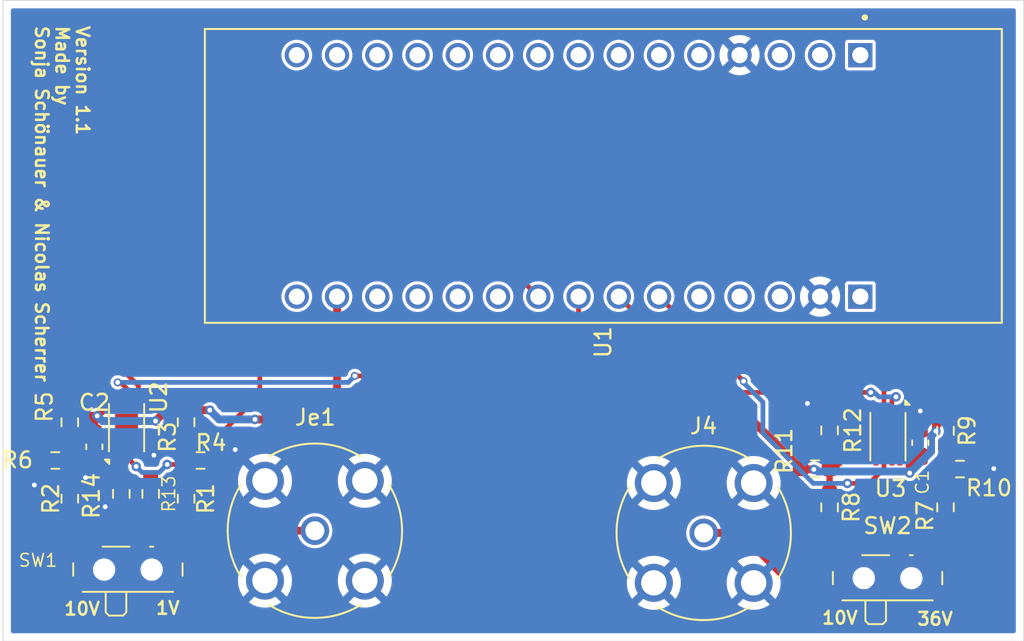
<source format=kicad_pcb>
(kicad_pcb (version 20241229) (generator "pcbnew") (generator_version "9.0")
  (layers (0 "F.Cu" signal) (2 "B.Cu" signal) (13 "F.Paste" user) (15 "B.Paste" user) (5 "F.SilkS" user "F.Silkscreen") (7 "B.SilkS" user "B.Silkscreen") (1 "F.Mask" user) (3 "B.Mask" user) (25 "Edge.Cuts" user))
  (net 0 "")
  (net 1 "/CH0_1V")
  (net 2 "/CH0_Ua1")
  (net 3 "GND")
  (net 4 "/CH0_Ua2")
  (net 5 "/CH0_10V")
  (net 6 "/3.3V")
  (net 7 "/CH1_36V")
  (net 8 "/CH1_Ua1")
  (net 9 "/CH1_10V")
  (net 10 "/CH1_Ua2")
  (net 11 "/CH0_OPV1")
  (net 12 "/CH0_OPV2")
  (net 13 "/CH1_OPV2")
  (net 14 "/CH1_OPV1")
  (net 16 "Net-(U2A--)")
  (net 39 "/CH1")
  (net 40 "/CH0")
  (footprint "Resistor_SMD:R_0603_1608Metric_Pad0.98x0.95mm_HandSolder" (layer "F.Cu") (at 177.9936 92.897 -90)
    (property "Reference" "R9" (at 0 -1.3716 270) (layer "F.SilkS"))
    (property "Value" "82k" (hide yes))
    (fp_line (start -0.254724 0.5225) (end 0.254724 0.5225) (stroke (width 0.12)) (layer "F.SilkS"))
    (fp_line (start -0.254724 -0.5225) (end 0.254724 -0.5225) (stroke (width 0.12)) (layer "F.SilkS"))
    (pad "1" smd roundrect (at -0.9125 0 270) (size 0.975 0.95) (layers "F.Cu" "F.Mask" "F.Paste") (net 6 "/3.3V"))
    (pad "2" smd roundrect (at 0.9125 0 270) (size 0.975 0.95) (layers "F.Cu" "F.Mask" "F.Paste") (net 8 "/CH1_Ua1"))
  )
  (footprint "Resistor_SMD:R_0603_1608Metric_Pad0.98x0.95mm_HandSolder" (layer "F.Cu") (at 130.9878 94.7674 180)
    (property "Reference" "R4" (at -0.6604 1.1176 0) (layer "F.SilkS"))
    (property "Value" "680k" (hide yes))
    (fp_line (start -0.254724 0.5225) (end 0.254724 0.5225) (stroke (width 0.12)) (layer "F.SilkS"))
    (fp_line (start -0.254724 -0.5225) (end 0.254724 -0.5225) (stroke (width 0.12)) (layer "F.SilkS"))
    (pad "1" smd roundrect (at -0.9125 0 180) (size 0.975 0.95) (layers "F.Cu" "F.Mask" "F.Paste") (net 3 "GND"))
    (pad "2" smd roundrect (at 0.9125 0 180) (size 0.975 0.95) (layers "F.Cu" "F.Mask" "F.Paste") (net 2 "/CH0_Ua1"))
  )
  (footprint "Package_DFN_QFN:DFN-8-1EP_3x2mm_P0.5mm_EP1.75x1.45mm" (layer "F.Cu") (at 174.3597 93.2635 -90)
    (property "Reference" "U3" (at 3.2819 -0.1637 180) (layer "F.SilkS"))
    (property "Value" "MCP6002-xMC" (hide yes))
    (fp_line (start -1.5 1.11) (end 1.5 1.11) (stroke (width 0.12)) (layer "F.SilkS"))
    (fp_line (start -1.5 -1.11) (end 1.5 -1.11) (stroke (width 0.12)) (layer "F.SilkS"))
    (fp_poly (pts (xy -2.01 -1.09) (xy -2.29 -1.09) (xy -2.01 -1.37) (xy -2.01 -1.09)) (stroke (width 0.12)) (fill yes) (layer "F.SilkS"))
    (pad "1" smd rect (at -1.45 -0.75 270) (size 0.75 0.3) (layers "F.Cu" "F.Mask" "F.Paste") (net 14 "/CH1_OPV1"))
    (pad "2" smd rect (at -1.45 -0.25 270) (size 0.75 0.3) (layers "F.Cu" "F.Mask" "F.Paste") (net 14 "/CH1_OPV1"))
    (pad "3" smd rect (at -1.45 0.25 270) (size 0.75 0.3) (layers "F.Cu" "F.Mask" "F.Paste") (net 8 "/CH1_Ua1"))
    (pad "4" smd rect (at -1.45 0.75 270) (size 0.75 0.3) (layers "F.Cu" "F.Mask" "F.Paste") (net 3 "GND"))
    (pad "5" smd rect (at 1.45 0.75 270) (size 0.75 0.3) (layers "F.Cu" "F.Mask" "F.Paste") (net 10 "/CH1_Ua2"))
    (pad "6" smd rect (at 1.45 0.25 270) (size 0.75 0.3) (layers "F.Cu" "F.Mask" "F.Paste") (net 13 "/CH1_OPV2"))
    (pad "7" smd rect (at 1.45 -0.25 270) (size 0.75 0.3) (layers "F.Cu" "F.Mask" "F.Paste") (net 13 "/CH1_OPV2"))
    (pad "8" smd rect (at 1.45 -0.75 270) (size 0.75 0.3) (layers "F.Cu" "F.Mask" "F.Paste") (net 6 "/3.3V"))
    (pad "9" smd rect (at 0 0 270) (size 1.75 1.45) (layers "F.Cu" "F.Mask"))
  )
  (footprint "Package_DFN_QFN:DFN-8-1EP_3x2mm_P0.5mm_EP1.75x1.45mm" (layer "F.Cu") (at 126.3159 92.6991 90)
    (property "Reference" "U2" (at 1.9195 2.0303 270) (layer "F.SilkS"))
    (property "Value" "MCP6002-xMC" (hide yes))
    (fp_line (start -1.5 -1.11) (end 1.5 -1.11) (stroke (width 0.12)) (layer "F.SilkS"))
    (fp_line (start -1.5 1.11) (end 1.5 1.11) (stroke (width 0.12)) (layer "F.SilkS"))
    (fp_poly (pts (xy -2.01 -1.09) (xy -2.29 -1.09) (xy -2.01 -1.37) (xy -2.01 -1.09)) (stroke (width 0.12)) (fill yes) (layer "F.SilkS"))
    (pad "1" smd rect (at -1.45 -0.75 90) (size 0.75 0.3) (layers "F.Cu" "F.Mask" "F.Paste") (net 11 "/CH0_OPV1"))
    (pad "2" smd rect (at -1.45 -0.25 90) (size 0.75 0.3) (layers "F.Cu" "F.Mask" "F.Paste") (net 16 "Net-(U2A--)"))
    (pad "3" smd rect (at -1.45 0.25 90) (size 0.75 0.3) (layers "F.Cu" "F.Mask" "F.Paste") (net 2 "/CH0_Ua1"))
    (pad "4" smd rect (at -1.45 0.75 90) (size 0.75 0.3) (layers "F.Cu" "F.Mask" "F.Paste") (net 3 "GND"))
    (pad "5" smd rect (at 1.45 0.75 90) (size 0.75 0.3) (layers "F.Cu" "F.Mask" "F.Paste") (net 4 "/CH0_Ua2"))
    (pad "6" smd rect (at 1.45 0.25 90) (size 0.75 0.3) (layers "F.Cu" "F.Mask" "F.Paste") (net 12 "/CH0_OPV2"))
    (pad "7" smd rect (at 1.45 -0.25 90) (size 0.75 0.3) (layers "F.Cu" "F.Mask" "F.Paste") (net 12 "/CH0_OPV2"))
    (pad "8" smd rect (at 1.45 -0.75 90) (size 0.75 0.3) (layers "F.Cu" "F.Mask" "F.Paste") (net 6 "/3.3V"))
    (pad "9" smd rect (at 0 0 90) (size 1.75 1.45) (layers "F.Cu" "F.Mask"))
  )
  (footprint "CONBNC001:LINX_CONBNC001" (layer "F.Cu") (at 162.7378 99.3394)
    (property "Reference" "J4" (at -0.0096 -6.7472 0) (layer "F.SilkS"))
    (property "Value" "Conn_Coaxial" (hide yes))
    (fp_arc (start -5.5 0) (mid -5.295033 -1.503176) (end -4.68 -2.89) (stroke (width 0.127)) (layer "F.SilkS"))
    (fp_arc (start -4.68 2.89) (mid -5.291129 1.502068) (end -5.5 0) (stroke (width 0.127)) (layer "F.SilkS"))
    (fp_arc (start -2.89 -4.68) (mid -1.502068 -5.291129) (end 0 -5.5) (stroke (width 0.127)) (layer "F.SilkS"))
    (fp_arc (start 0 -5.5) (mid 1.503176 -5.295033) (end 2.89 -4.68) (stroke (width 0.127)) (layer "F.SilkS"))
    (fp_arc (start 0 5.5) (mid -1.503176 5.295033) (end -2.89 4.68) (stroke (width 0.127)) (layer "F.SilkS"))
    (fp_arc (start 2.89 4.68) (mid 1.502068 5.291129) (end 0 5.5) (stroke (width 0.127)) (layer "F.SilkS"))
    (fp_arc (start 4.68 -2.89) (mid 5.291129 -1.502068) (end 5.5 0) (stroke (width 0.127)) (layer "F.SilkS"))
    (fp_arc (start 5.5 0) (mid 5.295033 1.503176) (end 4.68 2.89) (stroke (width 0.127)) (layer "F.SilkS"))
    (pad "1" thru_hole circle (at 0 0) (size 1.8 1.8) (drill 1.2) (layers "*.Cu" "*.Mask") (net 39 "/CH1"))
    (pad "2" thru_hole circle (at -3.15 -3.15) (size 2.4 2.4) (drill 1.6) (layers "*.Cu" "*.Mask") (net 3 "GND"))
    (pad "2" thru_hole circle (at -3.15 3.15) (size 2.4 2.4) (drill 1.6) (layers "*.Cu" "*.Mask") (net 3 "GND"))
    (pad "2" thru_hole circle (at 3.15 -3.15) (size 2.4 2.4) (drill 1.6) (layers "*.Cu" "*.Mask") (net 3 "GND"))
    (pad "2" thru_hole circle (at 3.15 3.15) (size 2.4 2.4) (drill 1.6) (layers "*.Cu" "*.Mask") (net 3 "GND"))
  )
  (footprint "Button_Switch_SMD:SW_SPDT_PCM12" (layer "F.Cu") (at 126.4 101.325)
    (property "Reference" "SW1" (at -5.6738 -0.2584 0) (layer "F.SilkS") (effects (font (size 0.8 0.8) (thickness 0.1))))
    (property "Value" "SW_SPDT" (hide yes))
    (fp_line (start -3.45 -0.07) (end -3.45 0.72) (stroke (width 0.12)) (layer "F.SilkS"))
    (fp_line (start -2.85 1.73) (end 2.85 1.73) (stroke (width 0.12)) (layer "F.SilkS"))
    (fp_line (start -1.6 -1.12) (end 0.1 -1.12) (stroke (width 0.12)) (layer "F.SilkS"))
    (fp_line (start -1.4 1.73) (end -1.4 3.02) (stroke (width 0.12)) (layer "F.SilkS"))
    (fp_line (start -1.4 3.02) (end -1.2 3.23) (stroke (width 0.12)) (layer "F.SilkS"))
    (fp_line (start -1.2 3.23) (end -0.3 3.23) (stroke (width 0.12)) (layer "F.SilkS"))
    (fp_line (start -0.1 3.02) (end -0.3 3.23) (stroke (width 0.12)) (layer "F.SilkS"))
    (fp_line (start -0.1 3.02) (end -0.1 1.73) (stroke (width 0.12)) (layer "F.SilkS"))
    (fp_line (start 1.4 -1.12) (end 1.6 -1.12) (stroke (width 0.12)) (layer "F.SilkS"))
    (fp_line (start 3.45 0.72) (end 3.45 -0.07) (stroke (width 0.12)) (layer "F.SilkS"))
    (pad "" smd rect (at -3.65 -0.78) (size 1 0.8) (layers "F.Cu" "F.Mask" "F.Paste"))
    (pad "" smd rect (at -3.65 1.43) (size 1 0.8) (layers "F.Cu" "F.Mask" "F.Paste"))
    (pad "" np_thru_hole circle (at -1.5 0.33) (size 0.9 0.9) (drill 0.9) (layers "*.Cu" "*.Mask"))
    (pad "" np_thru_hole circle (at 1.5 0.33) (size 0.9 0.9) (drill 0.9) (layers "*.Cu" "*.Mask"))
    (pad "" smd rect (at 3.65 -0.78) (size 1 0.8) (layers "F.Cu" "F.Mask" "F.Paste"))
    (pad "" smd rect (at 3.65 1.43) (size 1 0.8) (layers "F.Cu" "F.Mask" "F.Paste"))
    (pad "1" smd rect (at -2.25 -1.43) (size 0.7 1.5) (layers "F.Cu" "F.Mask" "F.Paste") (net 5 "/CH0_10V"))
    (pad "2" smd rect (at 0.75 -1.43) (size 0.7 1.5) (layers "F.Cu" "F.Mask" "F.Paste") (net 40 "/CH0"))
    (pad "3" smd rect (at 2.25 -1.43) (size 0.7 1.5) (layers "F.Cu" "F.Mask" "F.Paste") (net 1 "/CH0_1V"))
  )
  (footprint "Resistor_SMD:R_0603_1608Metric_Pad0.98x0.95mm_HandSolder" (layer "F.Cu") (at 177.9936 97.723 90)
    (property "Reference" "R7" (at -0.5496 -1.2858 90) (layer "F.SilkS"))
    (property "Value" "910k" (hide yes))
    (fp_line (start -0.254724 -0.5225) (end 0.254724 -0.5225) (stroke (width 0.12)) (layer "F.SilkS"))
    (fp_line (start -0.254724 0.5225) (end 0.254724 0.5225) (stroke (width 0.12)) (layer "F.SilkS"))
    (pad "1" smd roundrect (at -0.9125 0 90) (size 0.975 0.95) (layers "F.Cu" "F.Mask" "F.Paste") (net 7 "/CH1_36V"))
    (pad "2" smd roundrect (at 0.9125 0 90) (size 0.975 0.95) (layers "F.Cu" "F.Mask" "F.Paste") (net 8 "/CH1_Ua1"))
  )
  (footprint "Resistor_SMD:R_0603_1608Metric_Pad0.98x0.95mm_HandSolder" (layer "F.Cu") (at 125.984 96.8756 -90)
    (property "Reference" "R14" (at 0.127 1.8796 90) (layer "F.SilkS"))
    (property "Value" "9.1k" (hide yes))
    (fp_line (start -0.254724 0.5225) (end 0.254724 0.5225) (stroke (width 0.12)) (layer "F.SilkS"))
    (fp_line (start -0.254724 -0.5225) (end 0.254724 -0.5225) (stroke (width 0.12)) (layer "F.SilkS"))
    (pad "1" smd roundrect (at -0.9125 0 270) (size 0.975 0.95) (layers "F.Cu" "F.Mask" "F.Paste") (net 16 "Net-(U2A--)"))
    (pad "2" smd roundrect (at 0.9125 0 270) (size 0.975 0.95) (layers "F.Cu" "F.Mask" "F.Paste") (net 3 "GND"))
  )
  (footprint "Capacitor_SMD:C_0603_1608Metric_Pad1.08x0.95mm_HandSolder" (layer "F.Cu") (at 176.403 93.6498 90)
    (property "Reference" "C1" (at -2.4892 0.127 90) (layer "F.SilkS") (effects (font (size 0.8 0.8) (thickness 0.1))))
    (property "Value" "100nF")
    (fp_line (start -0.146267 -0.51) (end 0.146267 -0.51) (stroke (width 0.12)) (layer "F.SilkS"))
    (fp_line (start -0.146267 0.51) (end 0.146267 0.51) (stroke (width 0.12)) (layer "F.SilkS"))
    (pad "1" smd roundrect (at -0.8625 0 90) (size 1.075 0.95) (layers "F.Cu" "F.Mask" "F.Paste") (net 6 "/3.3V"))
    (pad "2" smd roundrect (at 0.8625 0 90) (size 1.075 0.95) (layers "F.Cu" "F.Mask" "F.Paste") (net 3 "GND"))
  )
  (footprint "Resistor_SMD:R_0603_1608Metric_Pad0.98x0.95mm_HandSolder" (layer "F.Cu") (at 169.764 95.2846)
    (property "Reference" "R11" (at -1.9558 -1.1176 90) (layer "F.SilkS"))
    (property "Value" "220k" (hide yes))
    (fp_line (start -0.254724 -0.5225) (end 0.254724 -0.5225) (stroke (width 0.12)) (layer "F.SilkS"))
    (fp_line (start -0.254724 0.5225) (end 0.254724 0.5225) (stroke (width 0.12)) (layer "F.SilkS"))
    (pad "1" smd roundrect (at -0.9125 0) (size 0.975 0.95) (layers "F.Cu" "F.Mask" "F.Paste") (net 6 "/3.3V"))
    (pad "2" smd roundrect (at 0.9125 0) (size 0.975 0.95) (layers "F.Cu" "F.Mask" "F.Paste") (net 10 "/CH1_Ua2"))
  )
  (footprint "Resistor_SMD:R_0603_1608Metric_Pad0.98x0.95mm_HandSolder" (layer "F.Cu") (at 127.8382 96.8756 -90)
    (property "Reference" "R13" (at 0 -1.143 90) (layer "F.SilkS") (effects (font (size 0.8 0.8) (thickness 0.1))))
    (property "Value" "20k" (hide yes))
    (fp_line (start -0.254724 0.5225) (end 0.254724 0.5225) (stroke (width 0.12)) (layer "F.SilkS"))
    (fp_line (start -0.254724 -0.5225) (end 0.254724 -0.5225) (stroke (width 0.12)) (layer "F.SilkS"))
    (pad "1" smd roundrect (at -0.9125 0 270) (size 0.975 0.95) (layers "F.Cu" "F.Mask" "F.Paste") (net 11 "/CH0_OPV1"))
    (pad "2" smd roundrect (at 0.9125 0 270) (size 0.975 0.95) (layers "F.Cu" "F.Mask" "F.Paste") (net 16 "Net-(U2A--)"))
  )
  (footprint "Resistor_SMD:R_0603_1608Metric_Pad0.98x0.95mm_HandSolder" (layer "F.Cu") (at 130.0734 97.1804 90)
    (property "Reference" "R1" (at 0 1.2446 90) (layer "F.SilkS"))
    (property "Value" "360k" (hide yes))
    (fp_line (start -0.254724 -0.5225) (end 0.254724 -0.5225) (stroke (width 0.12)) (layer "F.SilkS"))
    (fp_line (start -0.254724 0.5225) (end 0.254724 0.5225) (stroke (width 0.12)) (layer "F.SilkS"))
    (pad "1" smd roundrect (at -0.9125 0 90) (size 0.975 0.95) (layers "F.Cu" "F.Mask" "F.Paste") (net 1 "/CH0_1V"))
    (pad "2" smd roundrect (at 0.9125 0 90) (size 0.975 0.95) (layers "F.Cu" "F.Mask" "F.Paste") (net 2 "/CH0_Ua1"))
  )
  (footprint "Resistor_SMD:R_0603_1608Metric_Pad0.98x0.95mm_HandSolder" (layer "F.Cu") (at 178.908 95.31 180)
    (property "Reference" "R10" (at -1.8288 -1.1938 0) (layer "F.SilkS"))
    (property "Value" "91k" (hide yes))
    (fp_line (start -0.254724 0.5225) (end 0.254724 0.5225) (stroke (width 0.12)) (layer "F.SilkS"))
    (fp_line (start -0.254724 -0.5225) (end 0.254724 -0.5225) (stroke (width 0.12)) (layer "F.SilkS"))
    (pad "1" smd roundrect (at -0.9125 0 180) (size 0.975 0.95) (layers "F.Cu" "F.Mask" "F.Paste") (net 3 "GND"))
    (pad "2" smd roundrect (at 0.9125 0 180) (size 0.975 0.95) (layers "F.Cu" "F.Mask" "F.Paste") (net 8 "/CH1_Ua1"))
  )
  (footprint "Resistor_SMD:R_0603_1608Metric_Pad0.98x0.95mm_HandSolder" (layer "F.Cu") (at 130.0734 92.3544 -90)
    (property "Reference" "R3" (at 0.9398 1.1684 270) (layer "F.SilkS"))
    (property "Value" "1.2M" (hide yes))
    (fp_line (start -0.254724 0.5225) (end 0.254724 0.5225) (stroke (width 0.12)) (layer "F.SilkS"))
    (fp_line (start -0.254724 -0.5225) (end 0.254724 -0.5225) (stroke (width 0.12)) (layer "F.SilkS"))
    (pad "1" smd roundrect (at -0.9125 0 270) (size 0.975 0.95) (layers "F.Cu" "F.Mask" "F.Paste") (net 6 "/3.3V"))
    (pad "2" smd roundrect (at 0.9125 0 270) (size 0.975 0.95) (layers "F.Cu" "F.Mask" "F.Paste") (net 2 "/CH0_Ua1"))
  )
  (footprint "Resistor_SMD:R_0603_1608Metric_Pad0.98x0.95mm_HandSolder" (layer "F.Cu") (at 170.6784 92.8716 -90)
    (property "Reference" "R12" (at 0 -1.4732 90) (layer "F.SilkS"))
    (property "Value" "330k" (hide yes))
    (fp_line (start -0.254724 0.5225) (end 0.254724 0.5225) (stroke (width 0.12)) (layer "F.SilkS"))
    (fp_line (start -0.254724 -0.5225) (end 0.254724 -0.5225) (stroke (width 0.12)) (layer "F.SilkS"))
    (pad "1" smd roundrect (at -0.9125 0 270) (size 0.975 0.95) (layers "F.Cu" "F.Mask" "F.Paste") (net 3 "GND"))
    (pad "2" smd roundrect (at 0.9125 0 270) (size 0.975 0.95) (layers "F.Cu" "F.Mask" "F.Paste") (net 10 "/CH1_Ua2"))
  )
  (footprint "Resistor_SMD:R_0603_1608Metric_Pad0.98x0.95mm_HandSolder" (layer "F.Cu") (at 121.8184 94.7674)
    (property "Reference" "R6" (at -2.3876 -0.0254 0) (layer "F.SilkS"))
    (property "Value" "330k" (hide yes))
    (fp_line (start -0.254724 -0.5225) (end 0.254724 -0.5225) (stroke (width 0.12)) (layer "F.SilkS"))
    (fp_line (start -0.254724 0.5225) (end 0.254724 0.5225) (stroke (width 0.12)) (layer "F.SilkS"))
    (pad "1" smd roundrect (at -0.9125 0) (size 0.975 0.95) (layers "F.Cu" "F.Mask" "F.Paste") (net 3 "GND"))
    (pad "2" smd roundrect (at 0.9125 0) (size 0.975 0.95) (layers "F.Cu" "F.Mask" "F.Paste") (net 4 "/CH0_Ua2"))
  )
  (footprint "NUCLEO_L432KC:MODULE_NUCLEO-L432KC" (layer "F.Cu") (at 156.4034 76.8096 -90)
    (property "Reference" "U1" (at 10.4902 0.0156 90) (layer "F.SilkS"))
    (property "Value" "NUCLEO-L432KC")
    (fp_line (start -9.27 25.145) (end -9.27 -25.145) (stroke (width 0.127)) (layer "F.SilkS"))
    (fp_line (start 9.27 25.145) (end -9.27 25.145) (stroke (width 0.127)) (layer "F.SilkS"))
    (fp_line (start -9.27 -25.145) (end 9.27 -25.145) (stroke (width 0.127)) (layer "F.SilkS"))
    (fp_line (start 9.27 -25.145) (end 9.27 25.145) (stroke (width 0.127)) (layer "F.SilkS"))
    (fp_circle (center -10 -16.5) (end -9.9 -16.5) (stroke (width 0.2)) (fill no) (layer "F.SilkS"))
    (pad "CN3_1" thru_hole rect (at -7.62 -16.215 270) (size 1.53 1.53) (drill 1.02) (layers "*.Cu" "*.Mask"))
    (pad "CN3_2" thru_hole circle (at -7.62 -13.675 270) (size 1.53 1.53) (drill 1.02) (layers "*.Cu" "*.Mask"))
    (pad "CN3_3" thru_hole circle (at -7.62 -11.135 270) (size 1.53 1.53) (drill 1.02) (layers "*.Cu" "*.Mask"))
    (pad "CN3_4" thru_hole circle (at -7.62 -8.595 270) (size 1.53 1.53) (drill 1.02) (layers "*.Cu" "*.Mask") (net 3 "GND"))
    (pad "CN3_5" thru_hole circle (at -7.62 -6.055 270) (size 1.53 1.53) (drill 1.02) (layers "*.Cu" "*.Mask"))
    (pad "CN3_6" thru_hole circle (at -7.62 -3.515 270) (size 1.53 1.53) (drill 1.02) (layers "*.Cu" "*.Mask"))
    (pad "CN3_7" thru_hole circle (at -7.62 -0.975 270) (size 1.53 1.53) (drill 1.02) (layers "*.Cu" "*.Mask"))
    (pad "CN3_8" thru_hole circle (at -7.62 1.565 270) (size 1.53 1.53) (drill 1.02) (layers "*.Cu" "*.Mask"))
    (pad "CN3_9" thru_hole circle (at -7.62 4.105 270) (size 1.53 1.53) (drill 1.02) (layers "*.Cu" "*.Mask"))
    (pad "CN3_10" thru_hole circle (at -7.62 6.645 270) (size 1.53 1.53) (drill 1.02) (layers "*.Cu" "*.Mask"))
    (pad "CN3_11" thru_hole circle (at -7.62 9.185 270) (size 1.53 1.53) (drill 1.02) (layers "*.Cu" "*.Mask"))
    (pad "CN3_12" thru_hole circle (at -7.62 11.725 270) (size 1.53 1.53) (drill 1.02) (layers "*.Cu" "*.Mask"))
    (pad "CN3_13" thru_hole circle (at -7.62 14.265 270) (size 1.53 1.53) (drill 1.02) (layers "*.Cu" "*.Mask"))
    (pad "CN3_14" thru_hole circle (at -7.62 16.805 270) (size 1.53 1.53) (drill 1.02) (layers "*.Cu" "*.Mask"))
    (pad "CN3_15" thru_hole circle (at -7.62 19.345 270) (size 1.53 1.53) (drill 1.02) (layers "*.Cu" "*.Mask"))
    (pad "CN4_1" thru_hole rect (at 7.62 -16.215 270) (size 1.53 1.53) (drill 1.02) (layers "*.Cu" "*.Mask"))
    (pad "CN4_2" thru_hole circle (at 7.62 -13.675 270) (size 1.53 1.53) (drill 1.02) (layers "*.Cu" "*.Mask") (net 3 "GND"))
    (pad "CN4_3" thru_hole circle (at 7.62 -11.135 270) (size 1.53 1.53) (drill 1.02) (layers "*.Cu" "*.Mask"))
    (pad "CN4_4" thru_hole circle (at 7.62 -8.595 270) (size 1.53 1.53) (drill 1.02) (layers "*.Cu" "*.Mask"))
    (pad "CN4_5" thru_hole circle (at 7.62 -6.055 270) (size 1.53 1.53) (drill 1.02) (layers "*.Cu" "*.Mask"))
    (pad "CN4_6" thru_hole circle (at 7.62 -3.515 270) (size 1.53 1.53) (drill 1.02) (layers "*.Cu" "*.Mask") (net 13 "/CH1_OPV2"))
    (pad "CN4_7" thru_hole circle (at 7.62 -0.975 270) (size 1.53 1.53) (drill 1.02) (layers "*.Cu" "*.Mask") (net 14 "/CH1_OPV1"))
    (pad "CN4_8" thru_hole circle (at 7.62 1.565 270) (size 1.53 1.53) (drill 1.02) (layers "*.Cu" "*.Mask") (net 12 "/CH0_OPV2"))
    (pad "CN4_9" thru_hole circle (at 7.62 4.105 270) (size 1.53 1.53) (drill 1.02) (layers "*.Cu" "*.Mask") (net 11 "/CH0_OPV1"))
    (pad "CN4_10" thru_hole circle (at 7.62 6.645 270) (size 1.53 1.53) (drill 1.02) (layers "*.Cu" "*.Mask"))
    (pad "CN4_11" thru_hole circle (at 7.62 9.185 270) (size 1.53 1.53) (drill 1.02) (layers "*.Cu" "*.Mask"))
    (pad "CN4_12" thru_hole circle (at 7.62 11.725 270) (size 1.53 1.53) (drill 1.02) (layers "*.Cu" "*.Mask"))
    (pad "CN4_13" thru_hole circle (at 7.62 14.265 270) (size 1.53 1.53) (drill 1.02) (layers "*.Cu" "*.Mask"))
    (pad "CN4_14" thru_hole circle (at 7.62 16.805 270) (size 1.53 1.53) (drill 1.02) (layers "*.Cu" "*.Mask") (net 6 "/3.3V"))
    (pad "CN4_15" thru_hole circle (at 7.62 19.345 270) (size 1.53 1.53) (drill 1.02) (layers "*.Cu" "*.Mask"))
  )
  (footprint "Capacitor_SMD:C_0603_1608Metric_Pad1.08x0.95mm_HandSolder" (layer "F.Cu") (at 124.2822 93.9038 -90)
    (property "Reference" "C2" (at -2.794 0 180) (layer "F.SilkS"))
    (property "Value" "100nF")
    (fp_line (start -0.146267 0.51) (end 0.146267 0.51) (stroke (width 0.12)) (layer "F.SilkS"))
    (fp_line (start -0.146267 -0.51) (end 0.146267 -0.51) (stroke (width 0.12)) (layer "F.SilkS"))
    (pad "1" smd roundrect (at -0.8625 0 270) (size 1.075 0.95) (layers "F.Cu" "F.Mask" "F.Paste") (net 6 "/3.3V"))
    (pad "2" smd roundrect (at 0.8625 0 270) (size 1.075 0.95) (layers "F.Cu" "F.Mask" "F.Paste") (net 3 "GND"))
  )
  (footprint "Resistor_SMD:R_0603_1608Metric_Pad0.98x0.95mm_HandSolder" (layer "F.Cu") (at 122.7328 97.1804 -90)
    (property "Reference" "R2" (at 0 1.1938 270) (layer "F.SilkS"))
    (property "Value" "680k" (hide yes))
    (fp_line (start -0.254724 0.5225) (end 0.254724 0.5225) (stroke (width 0.12)) (layer "F.SilkS"))
    (fp_line (start -0.254724 -0.5225) (end 0.254724 -0.5225) (stroke (width 0.12)) (layer "F.SilkS"))
    (pad "1" smd roundrect (at -0.9125 0 270) (size 0.975 0.95) (layers "F.Cu" "F.Mask" "F.Paste") (net 4 "/CH0_Ua2"))
    (pad "2" smd roundrect (at 0.9125 0 270) (size 0.975 0.95) (layers "F.Cu" "F.Mask" "F.Paste") (net 5 "/CH0_10V"))
  )
  (footprint "Resistor_SMD:R_0603_1608Metric_Pad0.98x0.95mm_HandSolder" (layer "F.Cu") (at 122.7328 92.3544 -90)
    (property "Reference" "R5" (at -0.9652 1.6002 270) (layer "F.SilkS"))
    (property "Value" "220k" (hide yes))
    (fp_line (start -0.254724 0.5225) (end 0.254724 0.5225) (stroke (width 0.12)) (layer "F.SilkS"))
    (fp_line (start -0.254724 -0.5225) (end 0.254724 -0.5225) (stroke (width 0.12)) (layer "F.SilkS"))
    (pad "1" smd roundrect (at -0.9125 0 270) (size 0.975 0.95) (layers "F.Cu" "F.Mask" "F.Paste") (net 6 "/3.3V"))
    (pad "2" smd roundrect (at 0.9125 0 270) (size 0.975 0.95) (layers "F.Cu" "F.Mask" "F.Paste") (net 4 "/CH0_Ua2"))
  )
  (footprint "CONBNC001:LINX_CONBNC001" (layer "F.Cu") (at 138.2 99.2)
    (property "Reference" "Je1" (at 0.0268 -7.1504 0) (layer "F.SilkS"))
    (property "Value" "Conn_Coaxial" (hide yes))
    (fp_arc (start -5.5 0) (mid -5.295033 -1.503176) (end -4.68 -2.89) (stroke (width 0.127)) (layer "F.SilkS"))
    (fp_arc (start -4.68 2.89) (mid -5.291129 1.502068) (end -5.5 0) (stroke (width 0.127)) (layer "F.SilkS"))
    (fp_arc (start -2.89 -4.68) (mid -1.502068 -5.291129) (end 0 -5.5) (stroke (width 0.127)) (layer "F.SilkS"))
    (fp_arc (start 0 -5.5) (mid 1.503176 -5.295033) (end 2.89 -4.68) (stroke (width 0.127)) (layer "F.SilkS"))
    (fp_arc (start 0 5.5) (mid -1.503176 5.295033) (end -2.89 4.68) (stroke (width 0.127)) (layer "F.SilkS"))
    (fp_arc (start 2.89 4.68) (mid 1.502068 5.291129) (end 0 5.5) (stroke (width 0.127)) (layer "F.SilkS"))
    (fp_arc (start 4.68 -2.89) (mid 5.291129 -1.502068) (end 5.5 0) (stroke (width 0.127)) (layer "F.SilkS"))
    (fp_arc (start 5.5 0) (mid 5.295033 1.503176) (end 4.68 2.89) (stroke (width 0.127)) (layer "F.SilkS"))
    (pad "1" thru_hole circle (at 0 0) (size 1.8 1.8) (drill 1.2) (layers "*.Cu" "*.Mask") (net 40 "/CH0"))
    (pad "2" thru_hole circle (at -3.15 -3.15) (size 2.4 2.4) (drill 1.6) (layers "*.Cu" "*.Mask") (net 3 "GND"))
    (pad "2" thru_hole circle (at -3.15 3.15) (size 2.4 2.4) (drill 1.6) (layers "*.Cu" "*.Mask") (net 3 "GND"))
    (pad "2" thru_hole circle (at 3.15 -3.15) (size 2.4 2.4) (drill 1.6) (layers "*.Cu" "*.Mask") (net 3 "GND"))
    (pad "2" thru_hole circle (at 3.15 3.15) (size 2.4 2.4) (drill 1.6) (layers "*.Cu" "*.Mask") (net 3 "GND"))
  )
  (footprint "Button_Switch_SMD:SW_SPDT_PCM12" (layer "F.Cu") (at 174.3378 101.8644)
    (property "Reference" "SW2" (at 0 -2.973 0) (layer "F.SilkS"))
    (property "Value" "SW_SPDT" (hide yes))
    (fp_line (start -3.45 -0.07) (end -3.45 0.72) (stroke (width 0.12)) (layer "F.SilkS"))
    (fp_line (start -2.85 1.73) (end 2.85 1.73) (stroke (width 0.12)) (layer "F.SilkS"))
    (fp_line (start -1.6 -1.12) (end 0.1 -1.12) (stroke (width 0.12)) (layer "F.SilkS"))
    (fp_line (start -1.4 1.73) (end -1.4 3.02) (stroke (width 0.12)) (layer "F.SilkS"))
    (fp_line (start -1.4 3.02) (end -1.2 3.23) (stroke (width 0.12)) (layer "F.SilkS"))
    (fp_line (start -1.2 3.23) (end -0.3 3.23) (stroke (width 0.12)) (layer "F.SilkS"))
    (fp_line (start -0.1 3.02) (end -0.3 3.23) (stroke (width 0.12)) (layer "F.SilkS"))
    (fp_line (start -0.1 3.02) (end -0.1 1.73) (stroke (width 0.12)) (layer "F.SilkS"))
    (fp_line (start 1.4 -1.12) (end 1.6 -1.12) (stroke (width 0.12)) (layer "F.SilkS"))
    (fp_line (start 3.45 0.72) (end 3.45 -0.07) (stroke (width 0.12)) (layer "F.SilkS"))
    (pad "" smd rect (at -3.65 -0.78) (size 1 0.8) (layers "F.Cu" "F.Mask" "F.Paste"))
    (pad "" smd rect (at -3.65 1.43) (size 1 0.8) (layers "F.Cu" "F.Mask" "F.Paste"))
    (pad "" np_thru_hole circle (at -1.5 0.33) (size 0.9 0.9) (drill 0.9) (layers "*.Cu" "*.Mask"))
    (pad "" np_thru_hole circle (at 1.5 0.33) (size 0.9 0.9) (drill 0.9) (layers "*.Cu" "*.Mask"))
    (pad "" smd rect (at 3.65 -0.78) (size 1 0.8) (layers "F.Cu" "F.Mask" "F.Paste"))
    (pad "" smd rect (at 3.65 1.43) (size 1 0.8) (layers "F.Cu" "F.Mask" "F.Paste"))
    (pad "1" smd rect (at -2.25 -1.43) (size 0.7 1.5) (layers "F.Cu" "F.Mask" "F.Paste") (net 9 "/CH1_10V"))
    (pad "2" smd rect (at 0.75 -1.43) (size 0.7 1.5) (layers "F.Cu" "F.Mask" "F.Paste") (net 39 "/CH1"))
    (pad "3" smd rect (at 2.25 -1.43) (size 0.7 1.5) (layers "F.Cu" "F.Mask" "F.Paste") (net 7 "/CH1_36V"))
  )
  (footprint "Resistor_SMD:R_0603_1608Metric_Pad0.98x0.95mm_HandSolder" (layer "F.Cu") (at 170.6784 97.723 90)
    (property "Reference" "R8" (at 0 1.3716 90) (layer "F.SilkS"))
    (property "Value" "680k" (hide yes))
    (fp_line (start -0.254724 -0.5225) (end 0.254724 -0.5225) (stroke (width 0.12)) (layer "F.SilkS"))
    (fp_line (start -0.254724 0.5225) (end 0.254724 0.5225) (stroke (width 0.12)) (layer "F.SilkS"))
    (pad "1" smd roundrect (at -0.9125 0 90) (size 0.975 0.95) (layers "F.Cu" "F.Mask" "F.Paste") (net 9 "/CH1_10V"))
    (pad "2" smd roundrect (at 0.9125 0 90) (size 0.975 0.95) (layers "F.Cu" "F.Mask" "F.Paste") (net 10 "/CH1_Ua2"))
  )
  (gr_rect (start 118.5164 65.7352) (end 182.9308 106.172) (stroke (width 0.05)) (fill no) (layer "Edge.Cuts"))
  (gr_text "10V" (at 170.1196 105.1652 0) (layer "F.SilkS") (effects (font (size 0.8 0.8) (thickness 0.16) (bold yes)) (justify left bottom)))
  (gr_text "36V" (at 176.1236 105.2322 0) (layer "F.SilkS") (effects (font (size 0.8 0.8) (thickness 0.16) (bold yes)) (justify left bottom)))
  (gr_text "10V" (at 122.301 104.5972 0) (layer "F.SilkS") (effects (font (size 0.8 0.8) (thickness 0.16) (bold yes)) (justify left bottom)))
  (gr_text "1V" (at 128.0922 104.5464 0) (layer "F.SilkS") (effects (font (size 0.8 0.8) (thickness 0.16) (bold yes)) (justify left bottom)))
  (gr_text "Version 1.1\nMade by \nSonja Schönauer & Nicolas Scherrer" (at 120.4976 67.2592 270) (layer "F.SilkS") (effects (font (size 0.8 0.8) (thickness 0.16) (bold yes)) (justify left bottom)))
  (segment (start 128.65 99.5163) (end 130.0734 98.0929) (width 0.4) (layer "F.Cu") (net 1))
  (segment (start 128.65 99.895) (end 128.65 99.5163) (width 0.4) (layer "F.Cu") (net 1))
  (segment (start 126.5659 94.1491) (end 126.5659 94.7905) (width 0.3) (layer "F.Cu") (net 2))
  (segment (start 128.8796 95.0214) (end 129.8213 95.0214) (width 0.3) (layer "F.Cu") (net 2))
  (segment (start 130.0734 94.7693) (end 130.0753 94.7674) (width 0.4) (layer "F.Cu") (net 2))
  (segment (start 126.5659 94.7905) (end 126.9238 95.1484) (width 0.3) (layer "F.Cu") (net 2))
  (segment (start 130.0734 96.2679) (end 130.0734 94.7693) (width 0.4) (layer "F.Cu") (net 2))
  (segment (start 130.0734 93.2669) (end 130.0734 94.7655) (width 0.4) (layer "F.Cu") (net 2))
  (segment (start 129.8213 95.0214) (end 130.0753 94.7674) (width 0.3) (layer "F.Cu") (net 2))
  (segment (start 130.0734 94.7655) (end 130.0753 94.7674) (width 0.4) (layer "F.Cu") (net 2))
  (via (at 126.9238 95.1484) (size 0.6) (drill 0.3) (layers "F.Cu" "B.Cu") (net 2))
  (via (at 128.8796 95.0214) (size 0.6) (drill 0.3) (layers "F.Cu" "B.Cu") (net 2))
  (segment (start 128.381 95.52) (end 128.8796 95.0214) (width 0.3) (layer "B.Cu") (net 2))
  (segment (start 127.2954 95.52) (end 128.381 95.52) (width 0.3) (layer "B.Cu") (net 2))
  (segment (start 126.9238 95.1484) (end 127.2954 95.52) (width 0.3) (layer "B.Cu") (net 2))
  (segment (start 124.2822 95.292333) (end 123.726222 95.848311) (width 0.5) (layer "F.Cu") (net 3))
  (segment (start 132.4864 94.7674) (end 133.1722 94.0816) (width 0.4) (layer "F.Cu") (net 3))
  (segment (start 120.9059 95.9085) (end 120.4976 96.3168) (width 0.4) (layer "F.Cu") (net 3))
  (segment (start 170.6784 91.9591) (end 173.4641 91.9591) (width 0.4) (layer "F.Cu") (net 3))
  (segment (start 173.5587 91.8645) (end 173.5587 91.8135) (width 0.4) (layer "F.Cu") (net 3))
  (segment (start 131.9003 94.7674) (end 132.4864 94.7674) (width 0.4) (layer "F.Cu") (net 3))
  (segment (start 128.0414 94.4372) (end 127.635 94.4372) (width 0.4) (layer "F.Cu") (net 3))
  (segment (start 127.635 94.4372) (end 127.3469 94.1491) (width 0.4) (layer "F.Cu") (net 3))
  (segment (start 127.3469 94.1491) (end 127.1669 94.1491) (width 0.4) (layer "F.Cu") (net 3))
  (segment (start 125.7535 97.7881) (end 125.984 97.7881) (width 0.4) (layer "F.Cu") (net 3))
  (segment (start 169.2814 91.1698) (end 170.0707 91.9591) (width 0.4) (layer "F.Cu") (net 3))
  (segment (start 125.65208 97.68668) (end 125.7535 97.7881) (width 0.4) (layer "F.Cu") (net 3))
  (segment (start 170.0707 91.9591) (end 170.6784 91.9591) (width 0.4) (layer "F.Cu") (net 3))
  (segment (start 179.8205 95.31) (end 181.0162 95.31) (width 0.5) (layer "F.Cu") (net 3))
  (segment (start 120.9059 94.7674) (end 120.9059 95.9085) (width 0.4) (layer "F.Cu") (net 3))
  (segment (start 124.96972 97.68668) (end 125.65208 97.68668) (width 0.4) (layer "F.Cu") (net 3))
  (segment (start 176.403 92.7873) (end 176.403 91.6432) (width 0.5) (layer "F.Cu") (net 3))
  (segment (start 176.497584 92.918016) (end 176.4538 92.9618) (width 0.5) (layer "F.Cu") (net 3))
  (segment (start 173.4641 91.9591) (end 173.5587 91.8645) (width 0.4) (layer "F.Cu") (net 3))
  (segment (start 181.0162 95.31) (end 181.0416 95.2846) (width 0.2) (layer "F.Cu") (net 3))
  (segment (start 124.2822 94.7663) (end 124.2822 95.292333) (width 0.5) (layer "F.Cu") (net 3))
  (via (at 176.403 91.6432) (size 0.6) (drill 0.3) (layers "F.Cu" "B.Cu") (net 3))
  (via (at 128.0414 94.4372) (size 0.6) (drill 0.3) (layers "F.Cu" "B.Cu") (net 3))
  (via (at 124.96972 97.68668) (size 0.6) (drill 0.3) (layers "F.Cu" "B.Cu") (net 3))
  (via (at 120.4976 96.3168) (size 0.6) (drill 0.3) (layers "F.Cu" "B.Cu") (net 3))
  (via (at 169.2814 91.1698) (size 0.6) (drill 0.3) (layers "F.Cu" "B.Cu") (net 3))
  (via (at 133.1722 94.0816) (size 0.5) (drill 0.3) (layers "F.Cu" "B.Cu") (net 3))
  (via (at 181.0416 95.2846) (size 0.6) (drill 0.3) (layers "F.Cu" "B.Cu") (net 3))
  (via (at 123.726222 95.848311) (size 0.6) (drill 0.3) (layers "F.Cu" "B.Cu") (net 3))
  (segment (start 122.7328 93.2669) (end 122.7328 94.7655) (width 0.4) (layer "F.Cu") (net 4))
  (segment (start 126.027854 89.0138) (end 127.0659 90.051846) (width 0.3) (layer "F.Cu") (net 4))
  (segment (start 127.0659 90.051846) (end 127.0659 91.2491) (width 0.3) (layer "F.Cu") (net 4))
  (segment (start 122.7328 94.7655) (end 122.7309 94.7674) (width 0.4) (layer "F.Cu") (net 4))
  (segment (start 122.7328 93.2669) (end 121.9068 92.4409) (width 0.3) (layer "F.Cu") (net 4))
  (segment (start 121.9068 92.4409) (end 121.9068 90.5388) (width 0.3) (layer "F.Cu") (net 4))
  (segment (start 121.9068 90.5388) (end 123.4318 89.0138) (width 0.3) (layer "F.Cu") (net 4))
  (segment (start 123.4318 89.0138) (end 126.027854 89.0138) (width 0.3) (layer "F.Cu") (net 4))
  (segment (start 122.7328 96.2679) (end 122.7328 94.7693) (width 0.4) (layer "F.Cu") (net 4))
  (segment (start 127.0669 91.2481) (end 127.0659 91.2491) (width 0.3) (layer "F.Cu") (net 4))
  (segment (start 122.7328 94.7693) (end 122.7309 94.7674) (width 0.4) (layer "F.Cu") (net 4))
  (segment (start 124.15 99.5101) (end 122.7328 98.0929) (width 0.4) (layer "F.Cu") (net 5))
  (segment (start 124.15 99.895) (end 124.15 99.5101) (width 0.4) (layer "F.Cu") (net 5))
  (segment (start 175.2107 94.7135) (end 175.5871 94.7135) (width 0.5) (layer "F.Cu") (net 6))
  (segment (start 123.2389 91.948) (end 122.7328 91.4419) (width 0.5) (layer "F.Cu") (net 6))
  (segment (start 134.4168 92.1766) (end 139.5984 92.1766) (width 0.5) (layer "F.Cu") (net 6))
  (segment (start 168.898104 95.331204) (end 168.8515 95.2846) (width 0.5) (layer "F.Cu") (net 6))
  (segment (start 124.46 91.948) (end 123.2389 91.948) (width 0.5) (layer "F.Cu") (net 6))
  (segment (start 175.733 94.8594) (end 175.5871 94.7135) (width 0.5) (layer "F.Cu") (net 6))
  (segment (start 175.7883 94.5123) (end 175.5871 94.7135) (width 0.5) (layer "F.Cu") (net 6))
  (segment (start 125.1581 91.2499) (end 124.46 91.948) (width 0.5) (layer "F.Cu") (net 6))
  (segment (start 177.388707 92.918016) (end 177.388707 92.589393) (width 0.5) (layer "F.Cu") (net 6))
  (segment (start 131.572 91.5924) (end 130.2239 91.5924) (width 0.5) (layer "F.Cu") (net 6))
  (segment (start 175.733 95.564) (end 175.733 94.8594) (width 0.5) (layer "F.Cu") (net 6))
  (segment (start 134.4168 92.1766) (end 165.7435 92.1766) (width 0.5) (layer "F.Cu") (net 6))
  (segment (start 125.1581 91.2491) (end 125.1581 91.2499) (width 0.5) (layer "F.Cu") (net 6))
  (segment (start 128.9793 91.4419) (end 128.143 92.2782) (width 0.5) (layer "F.Cu") (net 6))
  (segment (start 169.689 95.331204) (end 168.898104 95.331204) (width 0.5) (layer "F.Cu") (net 6))
  (segment (start 166.34885 92.78195) (end 168.8515 95.2846) (width 0.5) (layer "F.Cu") (net 6))
  (segment (start 124.2822 93.0413) (end 124.2822 92.1258) (width 0.5) (layer "F.Cu") (net 6))
  (segment (start 177.388707 92.589393) (end 177.9936 91.9845) (width 0.5) (layer "F.Cu") (net 6))
  (segment (start 125.1581 91.2491) (end 125.4649 91.2491) (width 0.5) (layer "F.Cu") (net 6))
  (segment (start 165.7435 92.1766) (end 166.34885 92.78195) (width 0.5) (layer "F.Cu") (net 6))
  (segment (start 130.0734 91.4419) (end 128.9793 91.4419) (width 0.5) (layer "F.Cu") (net 6))
  (segment (start 176.403 94.5123) (end 175.7883 94.5123) (width 0.5) (layer "F.Cu") (net 6))
  (segment (start 124.2822 92.1258) (end 124.46 91.948) (width 0.5) (layer "F.Cu") (net 6))
  (segment (start 139.5984 92.1766) (end 139.5984 84.4296) (width 0.5) (layer "F.Cu") (net 6))
  (segment (start 130.2239 91.5924) (end 130.0734 91.4419) (width 0.5) (layer "F.Cu") (net 6))
  (via (at 134.4168 92.1766) (size 0.6) (drill 0.3) (layers "F.Cu" "B.Cu") (net 6))
  (via (at 131.572 91.5924) (size 0.6) (drill 0.3) (layers "F.Cu" "B.Cu") (net 6))
  (via (at 128.143 92.2782) (size 0.6) (drill 0.3) (layers "F.Cu" "B.Cu") (net 6))
  (via (at 177.388707 92.918016) (size 0.6) (drill 0.3) (layers "F.Cu" "B.Cu") (net 6))
  (via (at 169.689 95.331204) (size 0.6) (drill 0.3) (layers "F.Cu" "B.Cu") (net 6))
  (via (at 124.46 91.948) (size 0.6) (drill 0.3) (layers "F.Cu" "B.Cu") (net 6))
  (via (at 175.733 95.564) (size 0.6) (drill 0.3) (layers "F.Cu" "B.Cu") (net 6))
  (segment (start 124.7902 92.2782) (end 128.143 92.2782) (width 0.5) (layer "B.Cu") (net 6))
  (segment (start 169.810604 95.331204) (end 169.9418 95.4624) (width 0.5) (layer "B.Cu") (net 6))
  (segment (start 132.1562 92.1766) (end 131.572 91.5924) (width 0.5) (layer "B.Cu") (net 6))
  (segment (start 177.08257 94.21443) (end 175.733 95.564) (width 0.5) (layer "B.Cu") (net 6))
  (segment (start 169.9418 95.4624) (end 175.6314 95.4624) (width 0.5) (layer "B.Cu") (net 6))
  (segment (start 169.689 95.331204) (end 169.810604 95.331204) (width 0.5) (layer "B.Cu") (net 6))
  (segment (start 177.08257 93.224153) (end 177.388707 92.918016) (width 0.5) (layer "B.Cu") (net 6))
  (segment (start 177.08257 94.21443) (end 177.08257 93.224153) (width 0.5) (layer "B.Cu") (net 6))
  (segment (start 175.6314 95.4624) (end 175.733 95.564) (width 0.5) (layer "B.Cu") (net 6))
  (segment (start 124.46 91.948) (end 124.7902 92.2782) (width 0.5) (layer "B.Cu") (net 6))
  (segment (start 134.4168 92.1766) (end 132.1562 92.1766) (width 0.5) (layer "B.Cu") (net 6))
  (segment (start 176.5878 100.0413) (end 177.9936 98.6355) (width 0.4) (layer "F.Cu") (net 7))
  (segment (start 176.5878 100.4344) (end 176.5878 100.0413) (width 0.4) (layer "F.Cu") (net 7))
  (segment (start 177.9936 96.8105) (end 177.9936 95.3119) (width 0.4) (layer "F.Cu") (net 8))
  (segment (start 174.1097 90.3805) (end 175.022 89.4682) (width 0.3) (layer "F.Cu") (net 8))
  (segment (start 178.8196 91.484154) (end 178.8196 92.9835) (width 0.3) (layer "F.Cu") (net 8))
  (segment (start 175.022 89.4682) (end 176.803646 89.4682) (width 0.3) (layer "F.Cu") (net 8))
  (segment (start 176.803646 89.4682) (end 178.8196 91.484154) (width 0.3) (layer "F.Cu") (net 8))
  (segment (start 177.9955 93.8114) (end 177.9936 93.8095) (width 0.2) (layer "F.Cu") (net 8))
  (segment (start 178.8196 92.9835) (end 177.9936 93.8095) (width 0.3) (layer "F.Cu") (net 8))
  (segment (start 177.9936 95.3119) (end 177.9955 95.31) (width 0.4) (layer "F.Cu") (net 8))
  (segment (start 174.1097 91.8135) (end 174.1097 90.3805) (width 0.3) (layer "F.Cu") (net 8))
  (segment (start 177.9955 95.31) (end 177.9955 93.8114) (width 0.4) (layer "F.Cu") (net 8))
  (segment (start 172.0878 100.4344) (end 172.0878 100.0449) (width 0.4) (layer "F.Cu") (net 9))
  (segment (start 172.0878 100.0449) (end 170.6784 98.6355) (width 0.4) (layer "F.Cu") (net 9))
  (segment (start 170.6765 95.2846) (end 170.6765 93.786) (width 0.4) (layer "F.Cu") (net 10))
  (segment (start 171.0086 95.2846) (end 171.5797 94.7135) (width 0.3) (layer "F.Cu") (net 10))
  (segment (start 171.5797 94.7135) (end 173.6097 94.7135) (width 0.3) (layer "F.Cu") (net 10))
  (segment (start 170.6765 93.786) (end 170.6784 93.7841) (width 0.4) (layer "F.Cu") (net 10))
  (segment (start 170.6784 95.2865) (end 170.6765 95.2846) (width 0.4) (layer "F.Cu") (net 10))
  (segment (start 170.6765 95.2846) (end 171.0086 95.2846) (width 0.3) (layer "F.Cu") (net 10))
  (segment (start 170.6784 96.8105) (end 170.6784 95.2865) (width 0.4) (layer "F.Cu") (net 10))
  (segment (start 131.0618 94.279554) (end 134.7216 90.619754) (width 0.3) (layer "F.Cu") (net 11))
  (segment (start 124.3076 97.9438) (end 124.3076 96.139) (width 0.3) (layer "F.Cu") (net 11))
  (segment (start 151.1824 83.3136) (end 152.2984 84.4296) (width 0.3) (layer "F.Cu") (net 11))
  (segment (start 125.1578 98.794) (end 124.3076 97.9438) (width 0.3) (layer "F.Cu") (net 11))
  (segment (start 127.8382 95.9631) (end 128.9815 97.1064) (width 0.3) (layer "F.Cu") (net 11))
  (segment (start 130.561246 97.1064) (end 131.0618 96.605846) (width 0.3) (layer "F.Cu") (net 11))
  (segment (start 131.0618 96.605846) (end 131.0618 94.279554) (width 0.3) (layer "F.Cu") (net 11))
  (segment (start 128.158646 98.794) (end 125.1578 98.794) (width 0.3) (layer "F.Cu") (net 11))
  (segment (start 128.9815 97.1064) (end 130.561246 97.1064) (width 0.3) (layer "F.Cu") (net 11))
  (segment (start 135.7106 83.3136) (end 151.1824 83.3136) (width 0.3) (layer "F.Cu") (net 11))
  (segment (start 134.7216 90.619754) (end 134.7216 84.3026) (width 0.3) (layer "F.Cu") (net 11))
  (segment (start 128.6642 98.288446) (end 128.158646 98.794) (width 0.3) (layer "F.Cu") (net 11))
  (segment (start 134.7216 84.3026) (end 135.7106 83.3136) (width 0.3) (layer "F.Cu") (net 11))
  (segment (start 125.5659 94.8807) (end 125.5659 94.1491) (width 0.3) (layer "F.Cu") (net 11))
  (segment (start 124.3076 96.139) (end 125.5659 94.8807) (width 0.3) (layer "F.Cu") (net 11))
  (segment (start 127.8382 95.9631) (end 128.6642 96.7891) (width 0.3) (layer "F.Cu") (net 11))
  (segment (start 128.6642 96.7891) (end 128.6642 98.288446) (width 0.3) (layer "F.Cu") (net 11))
  (segment (start 126.0094 89.916) (end 125.9332 89.8398) (width 0.3) (layer "F.Cu") (net 12))
  (segment (start 154.8384 86.2838) (end 154.8384 84.4296) (width 0.3) (layer "F.Cu") (net 12))
  (segment (start 125.9332 89.8398) (end 125.7554 89.8398) (width 0.3) (layer "F.Cu") (net 12))
  (segment (start 151.6888 89.4334) (end 154.8384 86.2838) (width 0.3) (layer "F.Cu") (net 12))
  (segment (start 126.5659 90.4725) (end 126.0094 89.916) (width 0.3) (layer "F.Cu") (net 12))
  (segment (start 140.716 89.4334) (end 151.6888 89.4334) (width 0.3) (layer "F.Cu") (net 12))
  (segment (start 126.0659 91.2491) (end 126.5659 91.2491) (width 0.3) (layer "F.Cu") (net 12))
  (segment (start 126.5659 91.2491) (end 126.5659 90.4725) (width 0.3) (layer "F.Cu") (net 12))
  (via (at 140.716 89.4334) (size 0.5) (drill 0.3) (layers "F.Cu" "B.Cu") (net 12))
  (via (at 125.7554 89.8398) (size 0.5) (drill 0.3) (layers "F.Cu" "B.Cu") (net 12))
  (segment (start 140.3096 89.8398) (end 140.716 89.4334) (width 0.3) (layer "B.Cu") (net 12))
  (segment (start 125.7554 89.8398) (end 140.3096 89.8398) (width 0.3) (layer "B.Cu") (net 12))
  (segment (start 171.8056 96.2124) (end 173.18 96.2124) (width 0.3) (layer "F.Cu") (net 13))
  (segment (start 159.9184 84.4296) (end 165.2524 89.7636) (width 0.3) (layer "F.Cu") (net 13))
  (segment (start 174.1097 95.2827) (end 174.1097 94.7135) (width 0.3) (layer "F.Cu") (net 13))
  (segment (start 174.1097 94.7135) (end 174.6097 94.7135) (width 0.3) (layer "F.Cu") (net 13))
  (segment (start 173.18 96.2124) (end 174.1097 95.2827) (width 0.3) (layer "F.Cu") (net 13))
  (via (at 165.2524 89.7636) (size 0.5) (drill 0.3) (layers "F.Cu" "B.Cu") (net 13))
  (via (at 171.8056 96.2124) (size 0.6) (drill 0.3) (layers "F.Cu" "B.Cu") (net 13))
  (segment (start 169.649542 96.2124) (end 171.8056 96.2124) (width 0.3) (layer "B.Cu") (net 13))
  (segment (start 165.2524 89.7636) (end 165.2524 89.8652) (width 0.3) (layer "B.Cu") (net 13))
  (segment (start 166.4716 93.034458) (end 169.649542 96.2124) (width 0.3) (layer "B.Cu") (net 13))
  (segment (start 165.2524 89.8652) (end 166.4716 91.0844) (width 0.3) (layer "B.Cu") (net 13))
  (segment (start 166.4716 91.0844) (end 166.4716 93.034458) (width 0.3) (layer "B.Cu") (net 13))
  (segment (start 174.8694 90.753) (end 174.6097 91.0127) (width 0.3) (layer "F.Cu") (net 14))
  (segment (start 163.4236 90.4748) (end 157.3784 84.4296) (width 0.3) (layer "F.Cu") (net 14))
  (segment (start 173.2788 90.4748) (end 163.4236 90.4748) (width 0.3) (layer "F.Cu") (net 14))
  (segment (start 174.6097 91.8135) (end 175.1097 91.8135) (width 0.3) (layer "F.Cu") (net 14))
  (segment (start 174.6097 91.0127) (end 174.6097 91.8135) (width 0.3) (layer "F.Cu") (net 14))
  (via (at 173.2788 90.4748) (size 0.6) (drill 0.3) (layers "F.Cu" "B.Cu") (net 14))
  (via (at 174.8694 90.753) (size 0.6) (drill 0.3) (layers "F.Cu" "B.Cu") (net 14))
  (segment (start 173.7922 90.753) (end 173.514 90.4748) (width 0.3) (layer "B.Cu") (net 14))
  (segment (start 173.514 90.4748) (end 173.2788 90.4748) (width 0.2) (layer "B.Cu") (net 14))
  (segment (start 174.8694 90.753) (end 173.7922 90.753) (width 0.3) (layer "B.Cu") (net 14))
  (segment (start 125.984 95.9631) (end 126.0132 95.9631) (width 0.4) (layer "F.Cu") (net 16))
  (segment (start 126.0132 95.9631) (end 127.8382 97.7881) (width 0.4) (layer "F.Cu") (net 16))
  (segment (start 126.0659 95.8812) (end 125.984 95.9631) (width 0.3) (layer "F.Cu") (net 16))
  (segment (start 126.0659 94.1491) (end 126.0659 95.8812) (width 0.3) (layer "F.Cu") (net 16))
  (segment (start 171.741883 102.4434) (end 172.443883 103.1454) (width 0.5) (layer "F.Cu") (net 39))
  (segment (start 173.231717 103.1454) (end 175.0878 101.289317) (width 0.5) (layer "F.Cu") (net 39))
  (segment (start 175.0878 101.289317) (end 175.0878 100.4344) (width 0.5) (layer "F.Cu") (net 39))
  (segment (start 162.7378 99.3394) (end 165.072667 99.3394) (width 0.5) (layer "F.Cu") (net 39))
  (segment (start 168.176667 102.4434) (end 171.741883 102.4434) (width 0.5) (layer "F.Cu") (net 39))
  (segment (start 165.072667 99.3394) (end 168.176667 102.4434) (width 0.5) (layer "F.Cu") (net 39))
  (segment (start 172.443883 103.1454) (end 173.231717 103.1454) (width 0.5) (layer "F.Cu") (net 39))
  (segment (start 126.949 100.096) (end 127.15 99.895) (width 0.5) (layer "F.Cu") (net 40))
  (segment (start 128.995917 101.904) (end 128.293917 102.606) (width 0.5) (layer "F.Cu") (net 40))
  (segment (start 138.2 99.2) (end 133.0576 99.2) (width 0.5) (layer "F.Cu") (net 40))
  (segment (start 126.949 102.048917) (end 126.949 100.096) (width 0.5) (layer "F.Cu") (net 40))
  (segment (start 128.293917 102.606) (end 127.506083 102.606) (width 0.5) (layer "F.Cu") (net 40))
  (segment (start 133.0576 99.2) (end 130.3536 101.904) (width 0.5) (layer "F.Cu") (net 40))
  (segment (start 127.506083 102.606) (end 126.949 102.048917) (width 0.5) (layer "F.Cu") (net 40))
  (segment (start 130.3536 101.904) (end 128.995917 101.904) (width 0.5) (layer "F.Cu") (net 40))
  (zone (net 3) (net_name "GND") (layer "B.Cu") (connect_pads (clearance 0)) (min_thickness 0.25) (fill yes (thermal_gap 0.5) (thermal_bridge_width 0.5))
    (polygon (pts (xy 118.745 106.045) (xy 118.745 66.0654) (xy 182.5244 66.0654) (xy 182.5244 106.045)))
  )
)
</source>
